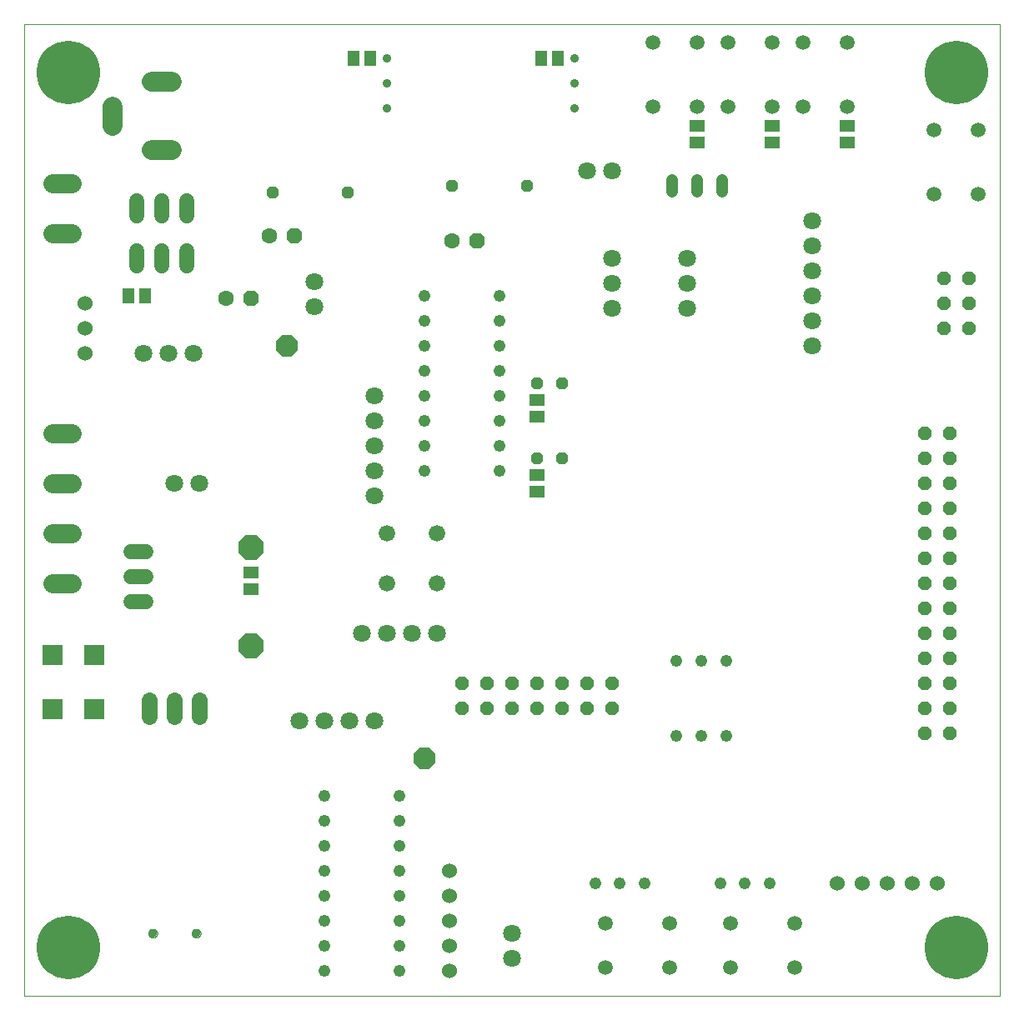
<source format=gbs>
G04 EAGLE Gerber X2 export*
%TF.Part,Single*%
%TF.FileFunction,Other,Solder Mask bottom*%
%TF.FilePolarity,Positive*%
%TF.GenerationSoftware,Autodesk,EAGLE,9.1.1*%
%TF.CreationDate,2018-08-10T13:45:34Z*%
G75*
%MOMM*%
%FSLAX34Y34*%
%LPD*%
%AMOC8*
5,1,8,0,0,1.08239X$1,22.5*%
G01*
%ADD10C,0.000000*%
%ADD11C,1.676400*%
%ADD12R,1.500000X1.300000*%
%ADD13C,0.900000*%
%ADD14C,1.800000*%
%ADD15C,1.219200*%
%ADD16P,1.319650X8X202.500000*%
%ADD17C,1.524000*%
%ADD18R,1.300000X1.500000*%
%ADD19P,1.484606X8X202.500000*%
%ADD20C,1.524000*%
%ADD21P,1.319650X8X22.500000*%
%ADD22C,1.500000*%
%ADD23C,1.650000*%
%ADD24P,2.749271X8X292.500000*%
%ADD25C,0.914400*%
%ADD26C,1.981200*%
%ADD27P,1.484606X8X112.500000*%
%ADD28P,1.484606X8X292.500000*%
%ADD29C,2.000000*%
%ADD30P,2.336880X8X22.500000*%
%ADD31P,1.732040X8X22.500000*%
%ADD32C,1.600200*%
%ADD33R,2.100000X2.100000*%
%ADD34C,1.219200*%
%ADD35C,6.451600*%


D10*
X0Y12700D02*
X990400Y12700D01*
X990400Y1000000D01*
X0Y1000000D01*
X0Y12700D01*
D11*
X419100Y482600D03*
X368300Y482600D03*
X368300Y431800D03*
X419100Y431800D03*
D12*
X520700Y601100D03*
X520700Y618100D03*
X520700Y524900D03*
X520700Y541900D03*
D10*
X125900Y76200D02*
X125902Y76334D01*
X125908Y76468D01*
X125918Y76601D01*
X125932Y76735D01*
X125950Y76868D01*
X125972Y77000D01*
X125997Y77131D01*
X126027Y77262D01*
X126061Y77392D01*
X126098Y77520D01*
X126139Y77648D01*
X126184Y77774D01*
X126233Y77899D01*
X126285Y78022D01*
X126341Y78144D01*
X126401Y78264D01*
X126464Y78382D01*
X126531Y78498D01*
X126601Y78612D01*
X126675Y78724D01*
X126752Y78834D01*
X126832Y78942D01*
X126915Y79047D01*
X127001Y79149D01*
X127090Y79249D01*
X127183Y79346D01*
X127278Y79441D01*
X127376Y79532D01*
X127476Y79621D01*
X127579Y79706D01*
X127685Y79789D01*
X127793Y79868D01*
X127903Y79944D01*
X128016Y80017D01*
X128131Y80086D01*
X128247Y80152D01*
X128366Y80214D01*
X128486Y80273D01*
X128609Y80328D01*
X128732Y80380D01*
X128857Y80427D01*
X128984Y80471D01*
X129112Y80512D01*
X129241Y80548D01*
X129371Y80581D01*
X129502Y80609D01*
X129633Y80634D01*
X129766Y80655D01*
X129899Y80672D01*
X130032Y80685D01*
X130166Y80694D01*
X130300Y80699D01*
X130434Y80700D01*
X130567Y80697D01*
X130701Y80690D01*
X130835Y80679D01*
X130968Y80664D01*
X131101Y80645D01*
X131233Y80622D01*
X131364Y80596D01*
X131494Y80565D01*
X131624Y80530D01*
X131752Y80492D01*
X131879Y80450D01*
X132005Y80404D01*
X132130Y80354D01*
X132253Y80301D01*
X132374Y80244D01*
X132494Y80183D01*
X132611Y80119D01*
X132727Y80052D01*
X132841Y79981D01*
X132952Y79906D01*
X133061Y79829D01*
X133168Y79748D01*
X133273Y79664D01*
X133374Y79577D01*
X133474Y79487D01*
X133570Y79394D01*
X133664Y79298D01*
X133755Y79199D01*
X133842Y79098D01*
X133927Y78994D01*
X134009Y78888D01*
X134087Y78780D01*
X134162Y78669D01*
X134234Y78556D01*
X134303Y78440D01*
X134368Y78323D01*
X134429Y78204D01*
X134487Y78083D01*
X134541Y77961D01*
X134592Y77837D01*
X134639Y77711D01*
X134682Y77584D01*
X134721Y77456D01*
X134757Y77327D01*
X134788Y77197D01*
X134816Y77066D01*
X134840Y76934D01*
X134860Y76801D01*
X134876Y76668D01*
X134888Y76535D01*
X134896Y76401D01*
X134900Y76267D01*
X134900Y76133D01*
X134896Y75999D01*
X134888Y75865D01*
X134876Y75732D01*
X134860Y75599D01*
X134840Y75466D01*
X134816Y75334D01*
X134788Y75203D01*
X134757Y75073D01*
X134721Y74944D01*
X134682Y74816D01*
X134639Y74689D01*
X134592Y74563D01*
X134541Y74439D01*
X134487Y74317D01*
X134429Y74196D01*
X134368Y74077D01*
X134303Y73960D01*
X134234Y73844D01*
X134162Y73731D01*
X134087Y73620D01*
X134009Y73512D01*
X133927Y73406D01*
X133842Y73302D01*
X133755Y73201D01*
X133664Y73102D01*
X133570Y73006D01*
X133474Y72913D01*
X133374Y72823D01*
X133273Y72736D01*
X133168Y72652D01*
X133061Y72571D01*
X132952Y72494D01*
X132841Y72419D01*
X132727Y72348D01*
X132611Y72281D01*
X132494Y72217D01*
X132374Y72156D01*
X132253Y72099D01*
X132130Y72046D01*
X132005Y71996D01*
X131879Y71950D01*
X131752Y71908D01*
X131624Y71870D01*
X131494Y71835D01*
X131364Y71804D01*
X131233Y71778D01*
X131101Y71755D01*
X130968Y71736D01*
X130835Y71721D01*
X130701Y71710D01*
X130567Y71703D01*
X130434Y71700D01*
X130300Y71701D01*
X130166Y71706D01*
X130032Y71715D01*
X129899Y71728D01*
X129766Y71745D01*
X129633Y71766D01*
X129502Y71791D01*
X129371Y71819D01*
X129241Y71852D01*
X129112Y71888D01*
X128984Y71929D01*
X128857Y71973D01*
X128732Y72020D01*
X128609Y72072D01*
X128486Y72127D01*
X128366Y72186D01*
X128247Y72248D01*
X128131Y72314D01*
X128016Y72383D01*
X127903Y72456D01*
X127793Y72532D01*
X127685Y72611D01*
X127579Y72694D01*
X127476Y72779D01*
X127376Y72868D01*
X127278Y72959D01*
X127183Y73054D01*
X127090Y73151D01*
X127001Y73251D01*
X126915Y73353D01*
X126832Y73458D01*
X126752Y73566D01*
X126675Y73676D01*
X126601Y73788D01*
X126531Y73902D01*
X126464Y74018D01*
X126401Y74136D01*
X126341Y74256D01*
X126285Y74378D01*
X126233Y74501D01*
X126184Y74626D01*
X126139Y74752D01*
X126098Y74880D01*
X126061Y75008D01*
X126027Y75138D01*
X125997Y75269D01*
X125972Y75400D01*
X125950Y75532D01*
X125932Y75665D01*
X125918Y75799D01*
X125908Y75932D01*
X125902Y76066D01*
X125900Y76200D01*
D13*
X130400Y76200D03*
D10*
X169900Y76200D02*
X169902Y76334D01*
X169908Y76468D01*
X169918Y76601D01*
X169932Y76735D01*
X169950Y76868D01*
X169972Y77000D01*
X169997Y77131D01*
X170027Y77262D01*
X170061Y77392D01*
X170098Y77520D01*
X170139Y77648D01*
X170184Y77774D01*
X170233Y77899D01*
X170285Y78022D01*
X170341Y78144D01*
X170401Y78264D01*
X170464Y78382D01*
X170531Y78498D01*
X170601Y78612D01*
X170675Y78724D01*
X170752Y78834D01*
X170832Y78942D01*
X170915Y79047D01*
X171001Y79149D01*
X171090Y79249D01*
X171183Y79346D01*
X171278Y79441D01*
X171376Y79532D01*
X171476Y79621D01*
X171579Y79706D01*
X171685Y79789D01*
X171793Y79868D01*
X171903Y79944D01*
X172016Y80017D01*
X172131Y80086D01*
X172247Y80152D01*
X172366Y80214D01*
X172486Y80273D01*
X172609Y80328D01*
X172732Y80380D01*
X172857Y80427D01*
X172984Y80471D01*
X173112Y80512D01*
X173241Y80548D01*
X173371Y80581D01*
X173502Y80609D01*
X173633Y80634D01*
X173766Y80655D01*
X173899Y80672D01*
X174032Y80685D01*
X174166Y80694D01*
X174300Y80699D01*
X174434Y80700D01*
X174567Y80697D01*
X174701Y80690D01*
X174835Y80679D01*
X174968Y80664D01*
X175101Y80645D01*
X175233Y80622D01*
X175364Y80596D01*
X175494Y80565D01*
X175624Y80530D01*
X175752Y80492D01*
X175879Y80450D01*
X176005Y80404D01*
X176130Y80354D01*
X176253Y80301D01*
X176374Y80244D01*
X176494Y80183D01*
X176611Y80119D01*
X176727Y80052D01*
X176841Y79981D01*
X176952Y79906D01*
X177061Y79829D01*
X177168Y79748D01*
X177273Y79664D01*
X177374Y79577D01*
X177474Y79487D01*
X177570Y79394D01*
X177664Y79298D01*
X177755Y79199D01*
X177842Y79098D01*
X177927Y78994D01*
X178009Y78888D01*
X178087Y78780D01*
X178162Y78669D01*
X178234Y78556D01*
X178303Y78440D01*
X178368Y78323D01*
X178429Y78204D01*
X178487Y78083D01*
X178541Y77961D01*
X178592Y77837D01*
X178639Y77711D01*
X178682Y77584D01*
X178721Y77456D01*
X178757Y77327D01*
X178788Y77197D01*
X178816Y77066D01*
X178840Y76934D01*
X178860Y76801D01*
X178876Y76668D01*
X178888Y76535D01*
X178896Y76401D01*
X178900Y76267D01*
X178900Y76133D01*
X178896Y75999D01*
X178888Y75865D01*
X178876Y75732D01*
X178860Y75599D01*
X178840Y75466D01*
X178816Y75334D01*
X178788Y75203D01*
X178757Y75073D01*
X178721Y74944D01*
X178682Y74816D01*
X178639Y74689D01*
X178592Y74563D01*
X178541Y74439D01*
X178487Y74317D01*
X178429Y74196D01*
X178368Y74077D01*
X178303Y73960D01*
X178234Y73844D01*
X178162Y73731D01*
X178087Y73620D01*
X178009Y73512D01*
X177927Y73406D01*
X177842Y73302D01*
X177755Y73201D01*
X177664Y73102D01*
X177570Y73006D01*
X177474Y72913D01*
X177374Y72823D01*
X177273Y72736D01*
X177168Y72652D01*
X177061Y72571D01*
X176952Y72494D01*
X176841Y72419D01*
X176727Y72348D01*
X176611Y72281D01*
X176494Y72217D01*
X176374Y72156D01*
X176253Y72099D01*
X176130Y72046D01*
X176005Y71996D01*
X175879Y71950D01*
X175752Y71908D01*
X175624Y71870D01*
X175494Y71835D01*
X175364Y71804D01*
X175233Y71778D01*
X175101Y71755D01*
X174968Y71736D01*
X174835Y71721D01*
X174701Y71710D01*
X174567Y71703D01*
X174434Y71700D01*
X174300Y71701D01*
X174166Y71706D01*
X174032Y71715D01*
X173899Y71728D01*
X173766Y71745D01*
X173633Y71766D01*
X173502Y71791D01*
X173371Y71819D01*
X173241Y71852D01*
X173112Y71888D01*
X172984Y71929D01*
X172857Y71973D01*
X172732Y72020D01*
X172609Y72072D01*
X172486Y72127D01*
X172366Y72186D01*
X172247Y72248D01*
X172131Y72314D01*
X172016Y72383D01*
X171903Y72456D01*
X171793Y72532D01*
X171685Y72611D01*
X171579Y72694D01*
X171476Y72779D01*
X171376Y72868D01*
X171278Y72959D01*
X171183Y73054D01*
X171090Y73151D01*
X171001Y73251D01*
X170915Y73353D01*
X170832Y73458D01*
X170752Y73566D01*
X170675Y73676D01*
X170601Y73788D01*
X170531Y73902D01*
X170464Y74018D01*
X170401Y74136D01*
X170341Y74256D01*
X170285Y74378D01*
X170233Y74501D01*
X170184Y74626D01*
X170139Y74752D01*
X170098Y74880D01*
X170061Y75008D01*
X170027Y75138D01*
X169997Y75269D01*
X169972Y75400D01*
X169950Y75532D01*
X169932Y75665D01*
X169918Y75799D01*
X169908Y75932D01*
X169902Y76066D01*
X169900Y76200D01*
D13*
X174400Y76200D03*
D14*
X355600Y292100D03*
X330200Y292100D03*
X304800Y292100D03*
X279400Y292100D03*
D15*
X482600Y546100D03*
X482600Y571500D03*
X482600Y698500D03*
X482600Y723900D03*
X482600Y596900D03*
X482600Y622300D03*
X482600Y673100D03*
X482600Y647700D03*
X406400Y723900D03*
X406400Y698500D03*
X406400Y673100D03*
X406400Y647700D03*
X406400Y622300D03*
X406400Y596900D03*
X406400Y571500D03*
X406400Y546100D03*
D14*
X355600Y520700D03*
X355600Y546100D03*
X355600Y571500D03*
X355600Y596900D03*
X355600Y622300D03*
D16*
X546100Y635000D03*
X520700Y635000D03*
X546100Y558800D03*
X520700Y558800D03*
D17*
X825500Y127000D03*
X850900Y127000D03*
X876300Y127000D03*
X901700Y127000D03*
X927100Y127000D03*
D18*
X105800Y723900D03*
X122800Y723900D03*
D14*
X152400Y533400D03*
X177800Y533400D03*
D19*
X596900Y304800D03*
X596900Y330200D03*
X571500Y304800D03*
X571500Y330200D03*
X546100Y304800D03*
X546100Y330200D03*
X520700Y304800D03*
X520700Y330200D03*
X495300Y304800D03*
X495300Y330200D03*
X469900Y304800D03*
X469900Y330200D03*
X444500Y304800D03*
X444500Y330200D03*
D15*
X604520Y127000D03*
X629520Y127000D03*
X579520Y127000D03*
X731520Y127000D03*
X756520Y127000D03*
X706520Y127000D03*
D20*
X114300Y805180D02*
X114300Y820420D01*
X139700Y820420D02*
X139700Y805180D01*
X165100Y805180D02*
X165100Y820420D01*
X123190Y412750D02*
X107950Y412750D01*
X107950Y438150D02*
X123190Y438150D01*
X123190Y463550D02*
X107950Y463550D01*
X114300Y754380D02*
X114300Y769620D01*
X139700Y769620D02*
X139700Y754380D01*
X165100Y754380D02*
X165100Y769620D01*
D21*
X433832Y835914D03*
X510032Y835914D03*
X252222Y828548D03*
X328422Y828548D03*
D22*
X589800Y86000D03*
X654800Y86000D03*
X589800Y41000D03*
X654800Y41000D03*
X716800Y86000D03*
X781800Y86000D03*
X716800Y41000D03*
X781800Y41000D03*
X968650Y892290D03*
X968650Y827290D03*
X923650Y892290D03*
X923650Y827290D03*
D15*
X381000Y38100D03*
X381000Y63500D03*
X381000Y88900D03*
X381000Y114300D03*
X304800Y114300D03*
X304800Y88900D03*
X304800Y63500D03*
X304800Y38100D03*
X381000Y139700D03*
X381000Y165100D03*
X381000Y190500D03*
X381000Y215900D03*
X304800Y215900D03*
X304800Y190500D03*
X304800Y165100D03*
X304800Y139700D03*
D23*
X177800Y296550D02*
X177800Y313050D01*
X152400Y313050D02*
X152400Y296550D01*
X127000Y296550D02*
X127000Y313050D01*
D24*
X229870Y467868D03*
X229870Y367792D03*
D18*
X524900Y965200D03*
X541900Y965200D03*
X334400Y965200D03*
X351400Y965200D03*
D25*
X558800Y965200D03*
X558800Y939800D03*
X558800Y914400D03*
X368300Y965200D03*
X368300Y939800D03*
X368300Y914400D03*
D14*
X800100Y800100D03*
X800100Y774700D03*
X800100Y749300D03*
X800100Y723900D03*
X800100Y698500D03*
X800100Y673100D03*
D15*
X661670Y276860D03*
X687070Y276860D03*
X712470Y276860D03*
X712470Y353060D03*
X687070Y353060D03*
X661670Y353060D03*
D14*
X120904Y665226D03*
X146304Y665226D03*
X171704Y665226D03*
D26*
X48006Y482346D02*
X28194Y482346D01*
X28194Y432054D02*
X48006Y432054D01*
X48006Y583946D02*
X28194Y583946D01*
X28194Y533654D02*
X48006Y533654D01*
X48006Y837946D02*
X28194Y837946D01*
X28194Y787654D02*
X48006Y787654D01*
D27*
X958850Y690880D03*
X933450Y690880D03*
X958850Y716280D03*
X933450Y716280D03*
X958850Y741680D03*
X933450Y741680D03*
D28*
X939800Y584200D03*
X914400Y584200D03*
X939800Y558800D03*
X914400Y558800D03*
X939800Y533400D03*
X914400Y533400D03*
X939800Y508000D03*
X914400Y508000D03*
X939800Y482600D03*
X914400Y482600D03*
X939800Y457200D03*
X914400Y457200D03*
X939800Y431800D03*
X914400Y431800D03*
X939800Y406400D03*
X914400Y406400D03*
X939800Y381000D03*
X914400Y381000D03*
X939800Y355600D03*
X914400Y355600D03*
X939800Y330200D03*
X914400Y330200D03*
X939800Y304800D03*
X914400Y304800D03*
X939800Y279400D03*
X914400Y279400D03*
D12*
X835660Y879230D03*
X835660Y896230D03*
X759460Y879230D03*
X759460Y896230D03*
X683260Y879230D03*
X683260Y896230D03*
D14*
X673100Y711200D03*
X673100Y736600D03*
X673100Y762000D03*
X596900Y711200D03*
X596900Y736600D03*
X596900Y762000D03*
X495300Y50800D03*
X495300Y76200D03*
D17*
X431800Y38100D03*
X431800Y63500D03*
X431800Y88900D03*
X431800Y114300D03*
X431800Y139700D03*
D14*
X294386Y737870D03*
X294386Y712470D03*
X596900Y850900D03*
X571500Y850900D03*
D12*
X229870Y425840D03*
X229870Y442840D03*
D10*
X149700Y936700D02*
X149840Y936702D01*
X149980Y936708D01*
X150120Y936718D01*
X150260Y936731D01*
X150399Y936749D01*
X150538Y936771D01*
X150675Y936796D01*
X150813Y936825D01*
X150949Y936858D01*
X151084Y936895D01*
X151218Y936936D01*
X151351Y936981D01*
X151483Y937029D01*
X151613Y937081D01*
X151742Y937136D01*
X151869Y937195D01*
X151995Y937258D01*
X152119Y937324D01*
X152240Y937393D01*
X152360Y937466D01*
X152478Y937543D01*
X152593Y937622D01*
X152707Y937705D01*
X152817Y937791D01*
X152926Y937880D01*
X153032Y937972D01*
X153135Y938067D01*
X153236Y938164D01*
X153333Y938265D01*
X153428Y938368D01*
X153520Y938474D01*
X153609Y938583D01*
X153695Y938693D01*
X153778Y938807D01*
X153857Y938922D01*
X153934Y939040D01*
X154007Y939160D01*
X154076Y939281D01*
X154142Y939405D01*
X154205Y939531D01*
X154264Y939658D01*
X154319Y939787D01*
X154371Y939917D01*
X154419Y940049D01*
X154464Y940182D01*
X154505Y940316D01*
X154542Y940451D01*
X154575Y940587D01*
X154604Y940725D01*
X154629Y940862D01*
X154651Y941001D01*
X154669Y941140D01*
X154682Y941280D01*
X154692Y941420D01*
X154698Y941560D01*
X154700Y941700D01*
X154698Y941840D01*
X154692Y941980D01*
X154682Y942120D01*
X154669Y942260D01*
X154651Y942399D01*
X154629Y942538D01*
X154604Y942675D01*
X154575Y942813D01*
X154542Y942949D01*
X154505Y943084D01*
X154464Y943218D01*
X154419Y943351D01*
X154371Y943483D01*
X154319Y943613D01*
X154264Y943742D01*
X154205Y943869D01*
X154142Y943995D01*
X154076Y944119D01*
X154007Y944240D01*
X153934Y944360D01*
X153857Y944478D01*
X153778Y944593D01*
X153695Y944707D01*
X153609Y944817D01*
X153520Y944926D01*
X153428Y945032D01*
X153333Y945135D01*
X153236Y945236D01*
X153135Y945333D01*
X153032Y945428D01*
X152926Y945520D01*
X152817Y945609D01*
X152707Y945695D01*
X152593Y945778D01*
X152478Y945857D01*
X152360Y945934D01*
X152240Y946007D01*
X152119Y946076D01*
X151995Y946142D01*
X151869Y946205D01*
X151742Y946264D01*
X151613Y946319D01*
X151483Y946371D01*
X151351Y946419D01*
X151218Y946464D01*
X151084Y946505D01*
X150949Y946542D01*
X150813Y946575D01*
X150675Y946604D01*
X150538Y946629D01*
X150399Y946651D01*
X150260Y946669D01*
X150120Y946682D01*
X149980Y946692D01*
X149840Y946698D01*
X149700Y946700D01*
X129700Y946700D02*
X129560Y946698D01*
X129420Y946692D01*
X129280Y946682D01*
X129140Y946669D01*
X129001Y946651D01*
X128862Y946629D01*
X128725Y946604D01*
X128587Y946575D01*
X128451Y946542D01*
X128316Y946505D01*
X128182Y946464D01*
X128049Y946419D01*
X127917Y946371D01*
X127787Y946319D01*
X127658Y946264D01*
X127531Y946205D01*
X127405Y946142D01*
X127281Y946076D01*
X127160Y946007D01*
X127040Y945934D01*
X126922Y945857D01*
X126807Y945778D01*
X126693Y945695D01*
X126583Y945609D01*
X126474Y945520D01*
X126368Y945428D01*
X126265Y945333D01*
X126164Y945236D01*
X126067Y945135D01*
X125972Y945032D01*
X125880Y944926D01*
X125791Y944817D01*
X125705Y944707D01*
X125622Y944593D01*
X125543Y944478D01*
X125466Y944360D01*
X125393Y944240D01*
X125324Y944119D01*
X125258Y943995D01*
X125195Y943869D01*
X125136Y943742D01*
X125081Y943613D01*
X125029Y943483D01*
X124981Y943351D01*
X124936Y943218D01*
X124895Y943084D01*
X124858Y942949D01*
X124825Y942813D01*
X124796Y942675D01*
X124771Y942538D01*
X124749Y942399D01*
X124731Y942260D01*
X124718Y942120D01*
X124708Y941980D01*
X124702Y941840D01*
X124700Y941700D01*
X124702Y941560D01*
X124708Y941420D01*
X124718Y941280D01*
X124731Y941140D01*
X124749Y941001D01*
X124771Y940862D01*
X124796Y940725D01*
X124825Y940587D01*
X124858Y940451D01*
X124895Y940316D01*
X124936Y940182D01*
X124981Y940049D01*
X125029Y939917D01*
X125081Y939787D01*
X125136Y939658D01*
X125195Y939531D01*
X125258Y939405D01*
X125324Y939281D01*
X125393Y939160D01*
X125466Y939040D01*
X125543Y938922D01*
X125622Y938807D01*
X125705Y938693D01*
X125791Y938583D01*
X125880Y938474D01*
X125972Y938368D01*
X126067Y938265D01*
X126164Y938164D01*
X126265Y938067D01*
X126368Y937972D01*
X126474Y937880D01*
X126583Y937791D01*
X126693Y937705D01*
X126807Y937622D01*
X126922Y937543D01*
X127040Y937466D01*
X127160Y937393D01*
X127281Y937324D01*
X127405Y937258D01*
X127531Y937195D01*
X127658Y937136D01*
X127787Y937081D01*
X127917Y937029D01*
X128049Y936981D01*
X128182Y936936D01*
X128316Y936895D01*
X128451Y936858D01*
X128587Y936825D01*
X128725Y936796D01*
X128862Y936771D01*
X129001Y936749D01*
X129140Y936731D01*
X129280Y936718D01*
X129420Y936708D01*
X129560Y936702D01*
X129700Y936700D01*
X149700Y936700D01*
X149700Y946700D02*
X129700Y946700D01*
X94700Y894700D02*
X94698Y894560D01*
X94692Y894420D01*
X94682Y894280D01*
X94669Y894140D01*
X94651Y894001D01*
X94629Y893862D01*
X94604Y893725D01*
X94575Y893587D01*
X94542Y893451D01*
X94505Y893316D01*
X94464Y893182D01*
X94419Y893049D01*
X94371Y892917D01*
X94319Y892787D01*
X94264Y892658D01*
X94205Y892531D01*
X94142Y892405D01*
X94076Y892281D01*
X94007Y892160D01*
X93934Y892040D01*
X93857Y891922D01*
X93778Y891807D01*
X93695Y891693D01*
X93609Y891583D01*
X93520Y891474D01*
X93428Y891368D01*
X93333Y891265D01*
X93236Y891164D01*
X93135Y891067D01*
X93032Y890972D01*
X92926Y890880D01*
X92817Y890791D01*
X92707Y890705D01*
X92593Y890622D01*
X92478Y890543D01*
X92360Y890466D01*
X92240Y890393D01*
X92119Y890324D01*
X91995Y890258D01*
X91869Y890195D01*
X91742Y890136D01*
X91613Y890081D01*
X91483Y890029D01*
X91351Y889981D01*
X91218Y889936D01*
X91084Y889895D01*
X90949Y889858D01*
X90813Y889825D01*
X90675Y889796D01*
X90538Y889771D01*
X90399Y889749D01*
X90260Y889731D01*
X90120Y889718D01*
X89980Y889708D01*
X89840Y889702D01*
X89700Y889700D01*
X89560Y889702D01*
X89420Y889708D01*
X89280Y889718D01*
X89140Y889731D01*
X89001Y889749D01*
X88862Y889771D01*
X88725Y889796D01*
X88587Y889825D01*
X88451Y889858D01*
X88316Y889895D01*
X88182Y889936D01*
X88049Y889981D01*
X87917Y890029D01*
X87787Y890081D01*
X87658Y890136D01*
X87531Y890195D01*
X87405Y890258D01*
X87281Y890324D01*
X87160Y890393D01*
X87040Y890466D01*
X86922Y890543D01*
X86807Y890622D01*
X86693Y890705D01*
X86583Y890791D01*
X86474Y890880D01*
X86368Y890972D01*
X86265Y891067D01*
X86164Y891164D01*
X86067Y891265D01*
X85972Y891368D01*
X85880Y891474D01*
X85791Y891583D01*
X85705Y891693D01*
X85622Y891807D01*
X85543Y891922D01*
X85466Y892040D01*
X85393Y892160D01*
X85324Y892281D01*
X85258Y892405D01*
X85195Y892531D01*
X85136Y892658D01*
X85081Y892787D01*
X85029Y892917D01*
X84981Y893049D01*
X84936Y893182D01*
X84895Y893316D01*
X84858Y893451D01*
X84825Y893587D01*
X84796Y893725D01*
X84771Y893862D01*
X84749Y894001D01*
X84731Y894140D01*
X84718Y894280D01*
X84708Y894420D01*
X84702Y894560D01*
X84700Y894700D01*
X84700Y917700D02*
X84702Y917840D01*
X84708Y917980D01*
X84718Y918120D01*
X84731Y918260D01*
X84749Y918399D01*
X84771Y918538D01*
X84796Y918675D01*
X84825Y918813D01*
X84858Y918949D01*
X84895Y919084D01*
X84936Y919218D01*
X84981Y919351D01*
X85029Y919483D01*
X85081Y919613D01*
X85136Y919742D01*
X85195Y919869D01*
X85258Y919995D01*
X85324Y920119D01*
X85393Y920240D01*
X85466Y920360D01*
X85543Y920478D01*
X85622Y920593D01*
X85705Y920707D01*
X85791Y920817D01*
X85880Y920926D01*
X85972Y921032D01*
X86067Y921135D01*
X86164Y921236D01*
X86265Y921333D01*
X86368Y921428D01*
X86474Y921520D01*
X86583Y921609D01*
X86693Y921695D01*
X86807Y921778D01*
X86922Y921857D01*
X87040Y921934D01*
X87160Y922007D01*
X87281Y922076D01*
X87405Y922142D01*
X87531Y922205D01*
X87658Y922264D01*
X87787Y922319D01*
X87917Y922371D01*
X88049Y922419D01*
X88182Y922464D01*
X88316Y922505D01*
X88451Y922542D01*
X88587Y922575D01*
X88725Y922604D01*
X88862Y922629D01*
X89001Y922651D01*
X89140Y922669D01*
X89280Y922682D01*
X89420Y922692D01*
X89560Y922698D01*
X89700Y922700D01*
X89840Y922698D01*
X89980Y922692D01*
X90120Y922682D01*
X90260Y922669D01*
X90399Y922651D01*
X90538Y922629D01*
X90675Y922604D01*
X90813Y922575D01*
X90949Y922542D01*
X91084Y922505D01*
X91218Y922464D01*
X91351Y922419D01*
X91483Y922371D01*
X91613Y922319D01*
X91742Y922264D01*
X91869Y922205D01*
X91995Y922142D01*
X92119Y922076D01*
X92240Y922007D01*
X92360Y921934D01*
X92478Y921857D01*
X92593Y921778D01*
X92707Y921695D01*
X92817Y921609D01*
X92926Y921520D01*
X93032Y921428D01*
X93135Y921333D01*
X93236Y921236D01*
X93333Y921135D01*
X93428Y921032D01*
X93520Y920926D01*
X93609Y920817D01*
X93695Y920707D01*
X93778Y920593D01*
X93857Y920478D01*
X93934Y920360D01*
X94007Y920240D01*
X94076Y920119D01*
X94142Y919995D01*
X94205Y919869D01*
X94264Y919742D01*
X94319Y919613D01*
X94371Y919483D01*
X94419Y919351D01*
X94464Y919218D01*
X94505Y919084D01*
X94542Y918949D01*
X94575Y918813D01*
X94604Y918675D01*
X94629Y918538D01*
X94651Y918399D01*
X94669Y918260D01*
X94682Y918120D01*
X94692Y917980D01*
X94698Y917840D01*
X94700Y917700D01*
X84700Y917700D02*
X84700Y894700D01*
X94700Y894700D02*
X94700Y917700D01*
X150700Y876700D02*
X150840Y876698D01*
X150980Y876692D01*
X151120Y876682D01*
X151260Y876669D01*
X151399Y876651D01*
X151538Y876629D01*
X151675Y876604D01*
X151813Y876575D01*
X151949Y876542D01*
X152084Y876505D01*
X152218Y876464D01*
X152351Y876419D01*
X152483Y876371D01*
X152613Y876319D01*
X152742Y876264D01*
X152869Y876205D01*
X152995Y876142D01*
X153119Y876076D01*
X153240Y876007D01*
X153360Y875934D01*
X153478Y875857D01*
X153593Y875778D01*
X153707Y875695D01*
X153817Y875609D01*
X153926Y875520D01*
X154032Y875428D01*
X154135Y875333D01*
X154236Y875236D01*
X154333Y875135D01*
X154428Y875032D01*
X154520Y874926D01*
X154609Y874817D01*
X154695Y874707D01*
X154778Y874593D01*
X154857Y874478D01*
X154934Y874360D01*
X155007Y874240D01*
X155076Y874119D01*
X155142Y873995D01*
X155205Y873869D01*
X155264Y873742D01*
X155319Y873613D01*
X155371Y873483D01*
X155419Y873351D01*
X155464Y873218D01*
X155505Y873084D01*
X155542Y872949D01*
X155575Y872813D01*
X155604Y872675D01*
X155629Y872538D01*
X155651Y872399D01*
X155669Y872260D01*
X155682Y872120D01*
X155692Y871980D01*
X155698Y871840D01*
X155700Y871700D01*
X155698Y871560D01*
X155692Y871420D01*
X155682Y871280D01*
X155669Y871140D01*
X155651Y871001D01*
X155629Y870862D01*
X155604Y870725D01*
X155575Y870587D01*
X155542Y870451D01*
X155505Y870316D01*
X155464Y870182D01*
X155419Y870049D01*
X155371Y869917D01*
X155319Y869787D01*
X155264Y869658D01*
X155205Y869531D01*
X155142Y869405D01*
X155076Y869281D01*
X155007Y869160D01*
X154934Y869040D01*
X154857Y868922D01*
X154778Y868807D01*
X154695Y868693D01*
X154609Y868583D01*
X154520Y868474D01*
X154428Y868368D01*
X154333Y868265D01*
X154236Y868164D01*
X154135Y868067D01*
X154032Y867972D01*
X153926Y867880D01*
X153817Y867791D01*
X153707Y867705D01*
X153593Y867622D01*
X153478Y867543D01*
X153360Y867466D01*
X153240Y867393D01*
X153119Y867324D01*
X152995Y867258D01*
X152869Y867195D01*
X152742Y867136D01*
X152613Y867081D01*
X152483Y867029D01*
X152351Y866981D01*
X152218Y866936D01*
X152084Y866895D01*
X151949Y866858D01*
X151813Y866825D01*
X151675Y866796D01*
X151538Y866771D01*
X151399Y866749D01*
X151260Y866731D01*
X151120Y866718D01*
X150980Y866708D01*
X150840Y866702D01*
X150700Y866700D01*
X128700Y866700D02*
X128560Y866702D01*
X128420Y866708D01*
X128280Y866718D01*
X128140Y866731D01*
X128001Y866749D01*
X127862Y866771D01*
X127725Y866796D01*
X127587Y866825D01*
X127451Y866858D01*
X127316Y866895D01*
X127182Y866936D01*
X127049Y866981D01*
X126917Y867029D01*
X126787Y867081D01*
X126658Y867136D01*
X126531Y867195D01*
X126405Y867258D01*
X126281Y867324D01*
X126160Y867393D01*
X126040Y867466D01*
X125922Y867543D01*
X125807Y867622D01*
X125693Y867705D01*
X125583Y867791D01*
X125474Y867880D01*
X125368Y867972D01*
X125265Y868067D01*
X125164Y868164D01*
X125067Y868265D01*
X124972Y868368D01*
X124880Y868474D01*
X124791Y868583D01*
X124705Y868693D01*
X124622Y868807D01*
X124543Y868922D01*
X124466Y869040D01*
X124393Y869160D01*
X124324Y869281D01*
X124258Y869405D01*
X124195Y869531D01*
X124136Y869658D01*
X124081Y869787D01*
X124029Y869917D01*
X123981Y870049D01*
X123936Y870182D01*
X123895Y870316D01*
X123858Y870451D01*
X123825Y870587D01*
X123796Y870725D01*
X123771Y870862D01*
X123749Y871001D01*
X123731Y871140D01*
X123718Y871280D01*
X123708Y871420D01*
X123702Y871560D01*
X123700Y871700D01*
X123702Y871840D01*
X123708Y871980D01*
X123718Y872120D01*
X123731Y872260D01*
X123749Y872399D01*
X123771Y872538D01*
X123796Y872675D01*
X123825Y872813D01*
X123858Y872949D01*
X123895Y873084D01*
X123936Y873218D01*
X123981Y873351D01*
X124029Y873483D01*
X124081Y873613D01*
X124136Y873742D01*
X124195Y873869D01*
X124258Y873995D01*
X124324Y874119D01*
X124393Y874240D01*
X124466Y874360D01*
X124543Y874478D01*
X124622Y874593D01*
X124705Y874707D01*
X124791Y874817D01*
X124880Y874926D01*
X124972Y875032D01*
X125067Y875135D01*
X125164Y875236D01*
X125265Y875333D01*
X125368Y875428D01*
X125474Y875520D01*
X125583Y875609D01*
X125693Y875695D01*
X125807Y875778D01*
X125922Y875857D01*
X126040Y875934D01*
X126160Y876007D01*
X126281Y876076D01*
X126405Y876142D01*
X126531Y876205D01*
X126658Y876264D01*
X126787Y876319D01*
X126917Y876371D01*
X127049Y876419D01*
X127182Y876464D01*
X127316Y876505D01*
X127451Y876542D01*
X127587Y876575D01*
X127725Y876604D01*
X127862Y876629D01*
X128001Y876651D01*
X128140Y876669D01*
X128280Y876682D01*
X128420Y876692D01*
X128560Y876698D01*
X128700Y876700D01*
X150700Y876700D01*
X150700Y866700D02*
X128700Y866700D01*
D29*
X129700Y941700D02*
X149700Y941700D01*
X149700Y871700D02*
X129700Y871700D01*
X89700Y896200D02*
X89700Y916200D01*
D22*
X790300Y916190D03*
X790300Y981190D03*
X835300Y916190D03*
X835300Y981190D03*
X714100Y916190D03*
X714100Y981190D03*
X759100Y916190D03*
X759100Y981190D03*
X637900Y916190D03*
X637900Y981190D03*
X682900Y916190D03*
X682900Y981190D03*
D30*
X406400Y254000D03*
X266700Y673100D03*
D14*
X419100Y381000D03*
X393700Y381000D03*
X368300Y381000D03*
X342900Y381000D03*
D31*
X229870Y721614D03*
D32*
X204470Y721614D03*
D31*
X459486Y779272D03*
D32*
X434086Y779272D03*
D31*
X274066Y784860D03*
D32*
X248666Y784860D03*
D17*
X61722Y664972D03*
X61722Y690372D03*
X61722Y715772D03*
D33*
X70784Y358462D03*
X28784Y358462D03*
X28784Y303462D03*
X70784Y303462D03*
D34*
X657606Y829564D02*
X657606Y841756D01*
X683006Y841756D02*
X683006Y829564D01*
X708406Y829564D02*
X708406Y841756D01*
D35*
X44864Y61331D03*
X44864Y950331D03*
X946564Y61331D03*
X946564Y950331D03*
M02*

</source>
